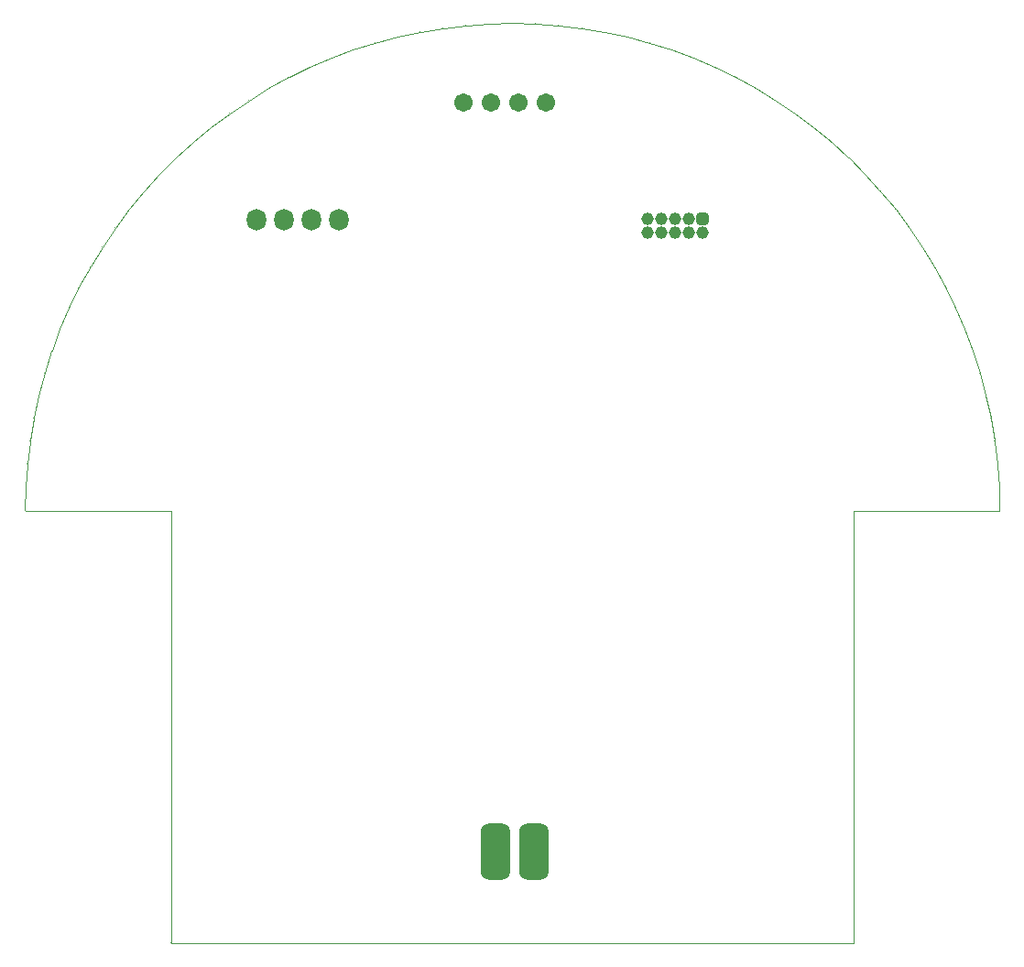
<source format=gbs>
%FSLAX25Y25*%
%MOIN*%
G70*
G01*
G75*
G04 Layer_Color=16711935*
G04:AMPARAMS|DCode=10|XSize=41.34mil|YSize=47.24mil|CornerRadius=10.34mil|HoleSize=0mil|Usage=FLASHONLY|Rotation=270.000|XOffset=0mil|YOffset=0mil|HoleType=Round|Shape=RoundedRectangle|*
%AMROUNDEDRECTD10*
21,1,0.04134,0.02658,0,0,270.0*
21,1,0.02067,0.04724,0,0,270.0*
1,1,0.02067,-0.01329,-0.01034*
1,1,0.02067,-0.01329,0.01034*
1,1,0.02067,0.01329,0.01034*
1,1,0.02067,0.01329,-0.01034*
%
%ADD10ROUNDEDRECTD10*%
G04:AMPARAMS|DCode=11|XSize=21.65mil|YSize=39.37mil|CornerRadius=5.41mil|HoleSize=0mil|Usage=FLASHONLY|Rotation=270.000|XOffset=0mil|YOffset=0mil|HoleType=Round|Shape=RoundedRectangle|*
%AMROUNDEDRECTD11*
21,1,0.02165,0.02854,0,0,270.0*
21,1,0.01083,0.03937,0,0,270.0*
1,1,0.01083,-0.01427,-0.00541*
1,1,0.01083,-0.01427,0.00541*
1,1,0.01083,0.01427,0.00541*
1,1,0.01083,0.01427,-0.00541*
%
%ADD11ROUNDEDRECTD11*%
G04:AMPARAMS|DCode=12|XSize=41.34mil|YSize=47.24mil|CornerRadius=10.34mil|HoleSize=0mil|Usage=FLASHONLY|Rotation=180.000|XOffset=0mil|YOffset=0mil|HoleType=Round|Shape=RoundedRectangle|*
%AMROUNDEDRECTD12*
21,1,0.04134,0.02658,0,0,180.0*
21,1,0.02067,0.04724,0,0,180.0*
1,1,0.02067,-0.01034,0.01329*
1,1,0.02067,0.01034,0.01329*
1,1,0.02067,0.01034,-0.01329*
1,1,0.02067,-0.01034,-0.01329*
%
%ADD12ROUNDEDRECTD12*%
%ADD13R,0.03189X0.06299*%
%ADD14R,0.08268X0.11811*%
%ADD15R,0.07087X0.07087*%
%ADD16O,0.00984X0.03543*%
%ADD17O,0.03543X0.00984*%
G04:AMPARAMS|DCode=18|XSize=145.67mil|YSize=59.06mil|CornerRadius=14.76mil|HoleSize=0mil|Usage=FLASHONLY|Rotation=180.000|XOffset=0mil|YOffset=0mil|HoleType=Round|Shape=RoundedRectangle|*
%AMROUNDEDRECTD18*
21,1,0.14567,0.02953,0,0,180.0*
21,1,0.11614,0.05906,0,0,180.0*
1,1,0.02953,-0.05807,0.01476*
1,1,0.02953,0.05807,0.01476*
1,1,0.02953,0.05807,-0.01476*
1,1,0.02953,-0.05807,-0.01476*
%
%ADD18ROUNDEDRECTD18*%
G04:AMPARAMS|DCode=19|XSize=98.43mil|YSize=196.85mil|CornerRadius=24.61mil|HoleSize=0mil|Usage=FLASHONLY|Rotation=180.000|XOffset=0mil|YOffset=0mil|HoleType=Round|Shape=RoundedRectangle|*
%AMROUNDEDRECTD19*
21,1,0.09843,0.14764,0,0,180.0*
21,1,0.04921,0.19685,0,0,180.0*
1,1,0.04921,-0.02461,0.07382*
1,1,0.04921,0.02461,0.07382*
1,1,0.04921,0.02461,-0.07382*
1,1,0.04921,-0.02461,-0.07382*
%
%ADD19ROUNDEDRECTD19*%
%ADD20C,0.05906*%
G04:AMPARAMS|DCode=21|XSize=11.81mil|YSize=47.24mil|CornerRadius=2.95mil|HoleSize=0mil|Usage=FLASHONLY|Rotation=180.000|XOffset=0mil|YOffset=0mil|HoleType=Round|Shape=RoundedRectangle|*
%AMROUNDEDRECTD21*
21,1,0.01181,0.04134,0,0,180.0*
21,1,0.00591,0.04724,0,0,180.0*
1,1,0.00591,-0.00295,0.02067*
1,1,0.00591,0.00295,0.02067*
1,1,0.00591,0.00295,-0.02067*
1,1,0.00591,-0.00295,-0.02067*
%
%ADD21ROUNDEDRECTD21*%
G04:AMPARAMS|DCode=22|XSize=11.81mil|YSize=47.24mil|CornerRadius=2.95mil|HoleSize=0mil|Usage=FLASHONLY|Rotation=90.000|XOffset=0mil|YOffset=0mil|HoleType=Round|Shape=RoundedRectangle|*
%AMROUNDEDRECTD22*
21,1,0.01181,0.04134,0,0,90.0*
21,1,0.00591,0.04724,0,0,90.0*
1,1,0.00591,0.02067,0.00295*
1,1,0.00591,0.02067,-0.00295*
1,1,0.00591,-0.02067,-0.00295*
1,1,0.00591,-0.02067,0.00295*
%
%ADD22ROUNDEDRECTD22*%
%ADD23C,0.01575*%
%ADD24C,0.00787*%
%ADD25C,0.01181*%
%ADD26C,0.01969*%
%ADD27C,0.03150*%
%ADD28C,0.02362*%
%ADD29C,0.02756*%
%ADD30C,0.00394*%
%ADD31C,0.00394*%
%ADD32O,0.06299X0.07087*%
G04:AMPARAMS|DCode=33|XSize=37.4mil|YSize=37.4mil|CornerRadius=9.35mil|HoleSize=0mil|Usage=FLASHONLY|Rotation=180.000|XOffset=0mil|YOffset=0mil|HoleType=Round|Shape=RoundedRectangle|*
%AMROUNDEDRECTD33*
21,1,0.03740,0.01870,0,0,180.0*
21,1,0.01870,0.03740,0,0,180.0*
1,1,0.01870,-0.00935,0.00935*
1,1,0.01870,0.00935,0.00935*
1,1,0.01870,0.00935,-0.00935*
1,1,0.01870,-0.00935,-0.00935*
%
%ADD33ROUNDEDRECTD33*%
%ADD34C,0.03740*%
%ADD35C,0.02362*%
%ADD36C,0.03937*%
%ADD37C,0.01969*%
%ADD38C,0.00984*%
%ADD39C,0.01000*%
G04:AMPARAMS|DCode=40|XSize=49.34mil|YSize=55.24mil|CornerRadius=14.34mil|HoleSize=0mil|Usage=FLASHONLY|Rotation=270.000|XOffset=0mil|YOffset=0mil|HoleType=Round|Shape=RoundedRectangle|*
%AMROUNDEDRECTD40*
21,1,0.04934,0.02658,0,0,270.0*
21,1,0.02067,0.05524,0,0,270.0*
1,1,0.02867,-0.01329,-0.01034*
1,1,0.02867,-0.01329,0.01034*
1,1,0.02867,0.01329,0.01034*
1,1,0.02867,0.01329,-0.01034*
%
%ADD40ROUNDEDRECTD40*%
G04:AMPARAMS|DCode=41|XSize=29.65mil|YSize=47.37mil|CornerRadius=9.41mil|HoleSize=0mil|Usage=FLASHONLY|Rotation=270.000|XOffset=0mil|YOffset=0mil|HoleType=Round|Shape=RoundedRectangle|*
%AMROUNDEDRECTD41*
21,1,0.02965,0.02854,0,0,270.0*
21,1,0.01083,0.04737,0,0,270.0*
1,1,0.01883,-0.01427,-0.00541*
1,1,0.01883,-0.01427,0.00541*
1,1,0.01883,0.01427,0.00541*
1,1,0.01883,0.01427,-0.00541*
%
%ADD41ROUNDEDRECTD41*%
G04:AMPARAMS|DCode=42|XSize=49.34mil|YSize=55.24mil|CornerRadius=14.34mil|HoleSize=0mil|Usage=FLASHONLY|Rotation=180.000|XOffset=0mil|YOffset=0mil|HoleType=Round|Shape=RoundedRectangle|*
%AMROUNDEDRECTD42*
21,1,0.04934,0.02658,0,0,180.0*
21,1,0.02067,0.05524,0,0,180.0*
1,1,0.02867,-0.01034,0.01329*
1,1,0.02867,0.01034,0.01329*
1,1,0.02867,0.01034,-0.01329*
1,1,0.02867,-0.01034,-0.01329*
%
%ADD42ROUNDEDRECTD42*%
%ADD43R,0.03989X0.07099*%
%ADD44R,0.09068X0.12611*%
%ADD45R,0.07887X0.07887*%
%ADD46O,0.01784X0.04343*%
%ADD47O,0.04343X0.01784*%
G04:AMPARAMS|DCode=48|XSize=153.67mil|YSize=67.06mil|CornerRadius=18.76mil|HoleSize=0mil|Usage=FLASHONLY|Rotation=180.000|XOffset=0mil|YOffset=0mil|HoleType=Round|Shape=RoundedRectangle|*
%AMROUNDEDRECTD48*
21,1,0.15367,0.02953,0,0,180.0*
21,1,0.11614,0.06706,0,0,180.0*
1,1,0.03753,-0.05807,0.01476*
1,1,0.03753,0.05807,0.01476*
1,1,0.03753,0.05807,-0.01476*
1,1,0.03753,-0.05807,-0.01476*
%
%ADD48ROUNDEDRECTD48*%
G04:AMPARAMS|DCode=49|XSize=106.42mil|YSize=204.85mil|CornerRadius=28.61mil|HoleSize=0mil|Usage=FLASHONLY|Rotation=180.000|XOffset=0mil|YOffset=0mil|HoleType=Round|Shape=RoundedRectangle|*
%AMROUNDEDRECTD49*
21,1,0.10642,0.14764,0,0,180.0*
21,1,0.04921,0.20485,0,0,180.0*
1,1,0.05721,-0.02461,0.07382*
1,1,0.05721,0.02461,0.07382*
1,1,0.05721,0.02461,-0.07382*
1,1,0.05721,-0.02461,-0.07382*
%
%ADD49ROUNDEDRECTD49*%
%ADD50C,0.06706*%
G04:AMPARAMS|DCode=51|XSize=19.81mil|YSize=55.24mil|CornerRadius=6.95mil|HoleSize=0mil|Usage=FLASHONLY|Rotation=180.000|XOffset=0mil|YOffset=0mil|HoleType=Round|Shape=RoundedRectangle|*
%AMROUNDEDRECTD51*
21,1,0.01981,0.04134,0,0,180.0*
21,1,0.00591,0.05524,0,0,180.0*
1,1,0.01391,-0.00295,0.02067*
1,1,0.01391,0.00295,0.02067*
1,1,0.01391,0.00295,-0.02067*
1,1,0.01391,-0.00295,-0.02067*
%
%ADD51ROUNDEDRECTD51*%
G04:AMPARAMS|DCode=52|XSize=19.81mil|YSize=55.24mil|CornerRadius=6.95mil|HoleSize=0mil|Usage=FLASHONLY|Rotation=90.000|XOffset=0mil|YOffset=0mil|HoleType=Round|Shape=RoundedRectangle|*
%AMROUNDEDRECTD52*
21,1,0.01981,0.04134,0,0,90.0*
21,1,0.00591,0.05524,0,0,90.0*
1,1,0.01391,0.02067,0.00295*
1,1,0.01391,0.02067,-0.00295*
1,1,0.01391,-0.02067,-0.00295*
1,1,0.01391,-0.02067,0.00295*
%
%ADD52ROUNDEDRECTD52*%
%ADD53O,0.07099X0.07887*%
G04:AMPARAMS|DCode=54|XSize=45.4mil|YSize=45.4mil|CornerRadius=13.35mil|HoleSize=0mil|Usage=FLASHONLY|Rotation=180.000|XOffset=0mil|YOffset=0mil|HoleType=Round|Shape=RoundedRectangle|*
%AMROUNDEDRECTD54*
21,1,0.04540,0.01870,0,0,180.0*
21,1,0.01870,0.04540,0,0,180.0*
1,1,0.02670,-0.00935,0.00935*
1,1,0.02670,0.00935,0.00935*
1,1,0.02670,0.00935,-0.00935*
1,1,0.02670,-0.00935,-0.00935*
%
%ADD54ROUNDEDRECTD54*%
%ADD55C,0.04540*%
D30*
X95893Y306684D02*
G03*
X95885Y306690I-110J-163D01*
G01*
X95894Y306684D02*
G03*
X95885Y306690I-111J-162D01*
G01*
X88685Y311078D02*
G03*
X88677Y311083I-103J-168D01*
G01*
X102884Y301953D02*
G03*
X102876Y301958I-118J-158D01*
G01*
X102884Y301953D02*
G03*
X102875Y301959I-118J-158D01*
G01*
X81269Y315128D02*
G03*
X81267Y315129I-87J-177D01*
G01*
X81276Y315124D02*
G03*
X81269Y315128I-94J-173D01*
G01*
X81276Y315124D02*
G03*
X81268Y315128I-94J-173D01*
G01*
X73682Y318813D02*
G03*
X73675Y318817I-85J-178D01*
G01*
X73684Y318812D02*
G03*
X73682Y318813I-87J-177D01*
G01*
X73683Y318813D02*
G03*
X73675Y318817I-86J-177D01*
G01*
X88685Y311078D02*
G03*
X88677Y311083I-103J-168D01*
G01*
X122397Y285840D02*
G03*
X122390Y285847I-139J-139D01*
G01*
X128366Y279872D02*
G03*
X128360Y279878I-145J-133D01*
G01*
X128367Y279870D02*
G03*
X128366Y279872I-146J-132D01*
G01*
X122391Y285846D02*
G03*
X122390Y285847I-133J-145D01*
G01*
X122397Y285840D02*
G03*
X122391Y285846I-139J-139D01*
G01*
X134045Y273624D02*
G03*
X134038Y273631I-152J-125D01*
G01*
X128366Y279871D02*
G03*
X128360Y279878I-146J-132D01*
G01*
X109642Y296894D02*
G03*
X109634Y296899I-125J-152D01*
G01*
X109642Y296894D02*
G03*
X109634Y296899I-125J-152D01*
G01*
X116150Y291519D02*
G03*
X116144Y291525I-132J-146D01*
G01*
X116152Y291518D02*
G03*
X116150Y291519I-133J-145D01*
G01*
X116151Y291519D02*
G03*
X116144Y291525I-132J-146D01*
G01*
X25247Y333036D02*
G03*
X25236Y333038I-34J-194D01*
G01*
X25246Y333037D02*
G03*
X25236Y333038I-33J-194D01*
G01*
X16864Y334039D02*
G03*
X16855Y334040I-23J-196D01*
G01*
X33570Y331637D02*
G03*
X33561Y331638I-42J-192D01*
G01*
X33571Y331637D02*
G03*
X33570Y331637I-42J-192D01*
G01*
X33571Y331637D02*
G03*
X33560Y331639I-42J-192D01*
G01*
X8444Y334641D02*
G03*
X8433Y334642I-14J-196D01*
G01*
X8444Y334641D02*
G03*
X8434Y334642I-14J-196D01*
G01*
X6Y334842D02*
G03*
X-5Y334843I-6J-197D01*
G01*
X16864Y334039D02*
G03*
X16855Y334040I-23J-196D01*
G01*
X58013Y325086D02*
G03*
X58005Y325089I-68J-185D01*
G01*
X58015Y325086D02*
G03*
X58013Y325086I-69J-184D01*
G01*
X65923Y322136D02*
G03*
X65914Y322140I-78J-181D01*
G01*
X58014Y325086D02*
G03*
X58005Y325089I-69J-184D01*
G01*
X65915Y322139D02*
G03*
X65914Y322140I-69J-184D01*
G01*
X65923Y322136D02*
G03*
X65915Y322139I-78J-181D01*
G01*
X41819Y329842D02*
G03*
X41810Y329844I-51J-190D01*
G01*
X41820Y329842D02*
G03*
X41819Y329842I-51J-190D01*
G01*
X41819Y329842D02*
G03*
X41810Y329844I-51J-190D01*
G01*
X49973Y327657D02*
G03*
X49964Y327660I-60J-188D01*
G01*
X49964Y327659D02*
G03*
X49964Y327660I-51J-190D01*
G01*
X49973Y327657D02*
G03*
X49964Y327659I-60J-188D01*
G01*
X172364Y199291D02*
G03*
X172362Y199300I-192J-42D01*
G01*
X172364Y199290D02*
G03*
X172364Y199291I-192J-42D01*
G01*
X170179Y207445D02*
G03*
X170176Y207454I-190J-51D01*
G01*
X170179Y207444D02*
G03*
X170179Y207445I-190J-51D01*
G01*
X172362Y199299D02*
G03*
X172362Y199300I-190J-51D01*
G01*
X172364Y199291D02*
G03*
X172362Y199299I-192J-42D01*
G01*
X174158Y191041D02*
G03*
X174156Y191051I-194J-32D01*
G01*
X174158Y191042D02*
G03*
X174156Y191051I-194J-33D01*
G01*
X167609Y215485D02*
G03*
X167606Y215494I-188J-60D01*
G01*
X167606Y215494D02*
G03*
X167606Y215495I-185J-68D01*
G01*
X167609Y215485D02*
G03*
X167606Y215494I-188J-60D01*
G01*
X164659Y223395D02*
G03*
X164656Y223404I-184J-69D01*
G01*
X164659Y223394D02*
G03*
X164659Y223395I-185J-68D01*
G01*
X170179Y207445D02*
G03*
X170176Y207454I-190J-51D01*
G01*
X177162Y165914D02*
G03*
X177161Y165924I-197J-3D01*
G01*
X177162Y165910D02*
G03*
X177162Y165914I-197J0D01*
G01*
X176560Y174335D02*
G03*
X176559Y174344I-196J-14D01*
G01*
X177162Y165915D02*
G03*
X177161Y165924I-197J-5D01*
G01*
X177362Y157480D02*
G03*
X177362Y157485I-197J0D01*
G01*
X177362Y157480D02*
G03*
X177362Y157486I-197J0D01*
G01*
X177165Y157283D02*
G03*
X177362Y157480I0J197D01*
G01*
X177165Y157283D02*
G03*
X177362Y157480I0J197D01*
G01*
X175558Y182717D02*
G03*
X175556Y182726I-196J-23D01*
G01*
X176560Y174335D02*
G03*
X176559Y174344I-196J-14D01*
G01*
X175558Y182717D02*
G03*
X175556Y182727I-196J-23D01*
G01*
X149209Y253366D02*
G03*
X149203Y253375I-168J-103D01*
G01*
X149209Y253366D02*
G03*
X149204Y253374I-168J-103D01*
G01*
X144478Y260356D02*
G03*
X144472Y260364I-164J-109D01*
G01*
X153603Y246157D02*
G03*
X153598Y246165I-173J-94D01*
G01*
X153603Y246157D02*
G03*
X153598Y246165I-173J-94D01*
G01*
X139419Y267115D02*
G03*
X139413Y267122I-158J-118D01*
G01*
X139419Y267115D02*
G03*
X139413Y267122I-158J-118D01*
G01*
X134039Y273631D02*
G03*
X134038Y273632I-146J-132D01*
G01*
X134045Y273624D02*
G03*
X134039Y273631I-152J-125D01*
G01*
X144478Y260357D02*
G03*
X144472Y260364I-163J-110D01*
G01*
X161333Y231163D02*
G03*
X161332Y231164I-178J-85D01*
G01*
X161336Y231155D02*
G03*
X161333Y231163I-181J-78D01*
G01*
X161336Y231155D02*
G03*
X161332Y231164I-181J-78D01*
G01*
X157648Y238749D02*
G03*
X157644Y238757I-177J-87D01*
G01*
X157648Y238747D02*
G03*
X157648Y238749I-178J-85D01*
G01*
X164659Y223395D02*
G03*
X164656Y223404I-184J-69D01*
G01*
X157648Y238748D02*
G03*
X157644Y238757I-177J-86D01*
G01*
X124016Y-197D02*
G03*
X124213Y0I0J197D01*
G01*
X124016Y-197D02*
G03*
X124213Y0I0J197D01*
G01*
X5Y334843D02*
G03*
X-6Y334842I-5J-197D01*
G01*
X-8433Y334642D02*
G03*
X-8444Y334641I3J-197D01*
G01*
X-8435Y334642D02*
G03*
X-8444Y334641I5J-197D01*
G01*
X-16855Y334040D02*
G03*
X-16864Y334039I14J-196D01*
G01*
X-16855Y334040D02*
G03*
X-16864Y334039I14J-196D01*
G01*
X-25237Y333038D02*
G03*
X-25246Y333037I23J-196D01*
G01*
X-25237Y333038D02*
G03*
X-25247Y333036I23J-196D01*
G01*
X-33560Y331639D02*
G03*
X-33571Y331637I32J-194D01*
G01*
X-33562Y331638D02*
G03*
X-33571Y331637I33J-194D01*
G01*
X-41810Y329844D02*
G03*
X-41819Y329842I42J-192D01*
G01*
X-41819Y329842D02*
G03*
X-41820Y329842I51J-190D01*
G01*
X-41810Y329844D02*
G03*
X-41819Y329842I42J-192D01*
G01*
X-49965Y327659D02*
G03*
X-49973Y327657I51J-190D01*
G01*
X-49964Y327660D02*
G03*
X-49965Y327659I51J-190D01*
G01*
X-49964Y327660D02*
G03*
X-49973Y327657I51J-190D01*
G01*
X-58005Y325089D02*
G03*
X-58014Y325086I60J-188D01*
G01*
X-58013Y325086D02*
G03*
X-58015Y325086I68J-185D01*
G01*
X-58005Y325089D02*
G03*
X-58013Y325086I60J-188D01*
G01*
X-65915Y322139D02*
G03*
X-65923Y322136I69J-184D01*
G01*
X-65914Y322140D02*
G03*
X-65915Y322139I68J-185D01*
G01*
X-65915Y322139D02*
G03*
X-65923Y322136I69J-184D01*
G01*
X-73675Y318817D02*
G03*
X-73683Y318813I78J-181D01*
G01*
X-73682Y318813D02*
G03*
X-73684Y318812I85J-178D01*
G01*
X-73675Y318817D02*
G03*
X-73682Y318813I78J-181D01*
G01*
X-81269Y315128D02*
G03*
X-81276Y315124I87J-177D01*
G01*
X-81267Y315129D02*
G03*
X-81269Y315128I85J-178D01*
G01*
X-81268Y315128D02*
G03*
X-81276Y315124I86J-177D01*
G01*
X-88677Y311083D02*
G03*
X-88685Y311078I94J-173D01*
G01*
X-88677Y311083D02*
G03*
X-88685Y311078I94J-173D01*
G01*
X-95885Y306689D02*
G03*
X-95893Y306684I103J-168D01*
G01*
X-95885Y306689D02*
G03*
X-95894Y306684I103J-168D01*
G01*
X-102875Y301959D02*
G03*
X-102884Y301953I109J-164D01*
G01*
X-102876Y301958D02*
G03*
X-102884Y301953I110J-163D01*
G01*
X-109634Y296899D02*
G03*
X-109642Y296894I118J-158D01*
G01*
X-109634Y296899D02*
G03*
X-109642Y296894I118J-158D01*
G01*
X-116144Y291525D02*
G03*
X-116151Y291519I125J-152D01*
G01*
X-116150Y291519D02*
G03*
X-116152Y291518I132J-146D01*
G01*
X-116144Y291525D02*
G03*
X-116150Y291519I125J-152D01*
G01*
X-122391Y285846D02*
G03*
X-122397Y285840I133J-145D01*
G01*
X-122390Y285847D02*
G03*
X-122391Y285846I132J-146D01*
G01*
X-122391Y285847D02*
G03*
X-122397Y285840I132J-146D01*
G01*
X-128360Y279878D02*
G03*
X-128366Y279871I139J-139D01*
G01*
X-128366Y279872D02*
G03*
X-128367Y279870I145J-133D01*
G01*
X-128360Y279878D02*
G03*
X-128366Y279872I139J-139D01*
G01*
X-134039Y273631D02*
G03*
X-134045Y273624I146J-132D01*
G01*
X-134038Y273632D02*
G03*
X-134039Y273631I145J-133D01*
G01*
X-134038Y273631D02*
G03*
X-134045Y273624I146J-132D01*
G01*
X-139413Y267122D02*
G03*
X-139419Y267115I152J-125D01*
G01*
X-139413Y267122D02*
G03*
X-139419Y267115I152J-125D01*
G01*
X-144472Y260364D02*
G03*
X-144478Y260357I158J-118D01*
G01*
X-144472Y260364D02*
G03*
X-144478Y260356I158J-118D01*
G01*
X-149203Y253375D02*
G03*
X-149209Y253366I162J-111D01*
G01*
X-149204Y253374D02*
G03*
X-149209Y253366I163J-110D01*
G01*
X-153598Y246165D02*
G03*
X-153603Y246157I168J-103D01*
G01*
X-153598Y246165D02*
G03*
X-153603Y246157I168J-103D01*
G01*
X-124213Y-0D02*
G03*
X-124016Y-197I197J0D01*
G01*
X-124213Y-0D02*
G03*
X-124016Y-197I197J0D01*
G01*
X-157644Y238756D02*
G03*
X-157648Y238748I173J-94D01*
G01*
X-157648Y238749D02*
G03*
X-157649Y238747I177J-87D01*
G01*
X-157644Y238756D02*
G03*
X-157648Y238749I173J-94D01*
G01*
X-161333Y231163D02*
G03*
X-161336Y231155I178J-85D01*
G01*
X-161332Y231164D02*
G03*
X-161333Y231163I177J-87D01*
G01*
X-161332Y231164D02*
G03*
X-161336Y231155I177J-86D01*
G01*
X-164656Y223404D02*
G03*
X-164659Y223395I181J-78D01*
G01*
X-164659Y223395D02*
G03*
X-164659Y223394I184J-69D01*
G01*
X-164656Y223404D02*
G03*
X-164659Y223395I181J-78D01*
G01*
X-167606Y215494D02*
G03*
X-167609Y215485I185J-68D01*
G01*
X-167606Y215495D02*
G03*
X-167606Y215494I184J-69D01*
G01*
X-167606Y215494D02*
G03*
X-167609Y215485I184J-69D01*
G01*
X-170177Y207453D02*
G03*
X-170179Y207445I188J-60D01*
G01*
X-170179Y207445D02*
G03*
X-170179Y207444I190J-51D01*
G01*
X-170177Y207453D02*
G03*
X-170179Y207445I188J-60D01*
G01*
X-172362Y199299D02*
G03*
X-172364Y199291I190J-51D01*
G01*
X-172362Y199300D02*
G03*
X-172362Y199299I190J-51D01*
G01*
X-172364Y199291D02*
G03*
X-172364Y199290I192J-42D01*
G01*
X-172362Y199300D02*
G03*
X-172364Y199291I190J-51D01*
G01*
X-174156Y191051D02*
G03*
X-174158Y191042I192J-42D01*
G01*
X-174156Y191051D02*
G03*
X-174158Y191041I192J-42D01*
G01*
X-175556Y182727D02*
G03*
X-175558Y182717I194J-34D01*
G01*
X-175556Y182726D02*
G03*
X-175558Y182717I194J-33D01*
G01*
X-176559Y174344D02*
G03*
X-176560Y174335I196J-23D01*
G01*
X-176559Y174344D02*
G03*
X-176560Y174335I196J-23D01*
G01*
X-177161Y165924D02*
G03*
X-177162Y165915I196J-14D01*
G01*
X-177161Y165924D02*
G03*
X-177162Y165914I196J-14D01*
G01*
X-177362Y157485D02*
G03*
X-177165Y157283I197J-5D01*
G01*
X-177362Y157486D02*
G03*
X-177165Y157283I197J-6D01*
G01*
X88685Y311078D02*
X95885Y306690D01*
X102884Y301953D02*
X109634Y296899D01*
X102875Y301959D02*
X102876Y301958D01*
X95894Y306684D02*
X102875Y301959D01*
X95893Y306684D02*
X95894Y306684D01*
X81268Y315128D02*
X81269Y315128D01*
X81267Y315129D02*
X81268Y315128D01*
X73684Y318812D02*
X81267Y315129D01*
X73683Y318813D02*
X73684Y318812D01*
X73682Y318813D02*
X73683Y318813D01*
X81276Y315124D02*
X88677Y311083D01*
X122397Y285840D02*
X128360Y279878D01*
X122390Y285847D02*
X122391Y285846D01*
X122390Y285847D02*
X122390Y285847D01*
X116152Y291518D02*
X122390Y285847D01*
X116151Y291519D02*
X116152Y291518D01*
X116150Y291519D02*
X116151Y291519D01*
X128366Y279872D02*
X128366Y279871D01*
X128367Y279870D01*
X134038Y273632D01*
X134038Y273631D01*
X134039Y273631D01*
X109642Y296894D02*
X116144Y291525D01*
X16864Y334039D02*
X25236Y333038D01*
X41810Y329844D02*
X41810Y329844D01*
X41810Y329844D02*
X41810Y329844D01*
X33571Y331637D02*
X41810Y329844D01*
X33571Y331637D02*
X33571Y331637D01*
X33570Y331637D02*
X33571Y331637D01*
X33560Y331639D02*
X33561Y331638D01*
X25247Y333036D02*
X33560Y331639D01*
X25246Y333037D02*
X25247Y333036D01*
X8433Y334642D02*
X8434Y334642D01*
X6Y334842D02*
X8433Y334642D01*
X5Y334843D02*
X6Y334842D01*
X8444Y334641D02*
X16855Y334040D01*
X65914Y322140D02*
X65915Y322139D01*
X65914Y322140D02*
X65914Y322140D01*
X58015Y325086D02*
X65914Y322140D01*
X58014Y325086D02*
X58015Y325086D01*
X58013Y325086D02*
X58014Y325086D01*
X49973Y327657D02*
X58005Y325089D01*
X65923Y322136D02*
X73675Y318817D01*
X49964Y327660D02*
X49964Y327659D01*
X49964Y327660D02*
X49964Y327660D01*
X41820Y329842D02*
X49964Y327660D01*
X41819Y329842D02*
X41820Y329842D01*
X41819Y329842D02*
X41819Y329842D01*
X172364Y199291D02*
X172364Y199291D01*
X172364Y199290D01*
X174156Y191051D01*
X174156Y191051D01*
X174156Y191051D01*
X170179Y207445D02*
X170179Y207445D01*
X170179Y207444D01*
X172362Y199300D01*
X172362Y199300D01*
X172362Y199299D01*
X174158Y191042D02*
X174158Y191041D01*
X175556Y182727D01*
X175556Y182726D01*
X164659Y223395D02*
X164659Y223395D01*
X164659Y223394D01*
X167606Y215495D01*
X167606Y215494D01*
X167606Y215494D01*
X167609Y215485D02*
X170176Y207454D01*
X177162Y165915D02*
X177162Y165914D01*
X177362Y157486D01*
X177362Y157485D01*
X176560Y174335D02*
X177161Y165924D01*
X175558Y182717D02*
X176559Y174344D01*
X124213Y157283D02*
X177165Y157283D01*
X144478Y260357D02*
X144478Y260356D01*
X149203Y253375D01*
X149204Y253374D01*
X149209Y253366D02*
X153598Y246165D01*
X134045Y273624D02*
X139413Y267122D01*
X139419Y267115D02*
X144472Y260364D01*
X157648Y238749D02*
X157648Y238748D01*
X157648Y238747D01*
X161332Y231164D01*
X161332Y231164D01*
X161333Y231163D01*
X161336Y231155D02*
X164656Y223404D01*
X153603Y246157D02*
X157644Y238757D01*
X124213Y0D02*
Y157283D01*
X-6Y334842D02*
X-5Y334843D01*
X-8433Y334642D02*
X-6Y334842D01*
X-8435Y334642D02*
X-8433Y334642D01*
X-16855Y334040D02*
X-8444Y334641D01*
X-25237Y333038D02*
X-16864Y334039D01*
X-25247Y333036D02*
X-25246Y333037D01*
X-33560Y331639D02*
X-25247Y333036D01*
X-33562Y331638D02*
X-33560Y331639D01*
X-41810Y329844D02*
X-33571Y331637D01*
X-41819Y329842D02*
X-41819Y329842D01*
X-41820Y329842D02*
X-41819Y329842D01*
X-49964Y327660D02*
X-41820Y329842D01*
X-49964Y327660D02*
X-49964Y327660D01*
X-49965Y327659D02*
X-49964Y327660D01*
X-58005Y325089D02*
X-49973Y327657D01*
X-58014Y325086D02*
X-58013Y325086D01*
X-58015Y325086D02*
X-58014Y325086D01*
X-65914Y322140D02*
X-58015Y325086D01*
X-65915Y322139D02*
X-65914Y322140D01*
X-65915Y322139D02*
X-65915Y322139D01*
X-73675Y318817D02*
X-65923Y322136D01*
X-73683Y318813D02*
X-73682Y318813D01*
X-73684Y318812D02*
X-73683Y318813D01*
X-81267Y315129D02*
X-73684Y318812D01*
X-81268Y315128D02*
X-81267Y315129D01*
X-81269Y315128D02*
X-81268Y315128D01*
X-88677Y311083D02*
X-81276Y315124D01*
X-95885Y306689D02*
X-88685Y311078D01*
X-95894Y306684D02*
X-95893Y306684D01*
X-102875Y301959D02*
X-95894Y306684D01*
X-102876Y301958D02*
X-102875Y301959D01*
X-109634Y296899D02*
X-102884Y301953D01*
X-116144Y291525D02*
X-109642Y296894D01*
X-116151Y291519D02*
X-116150Y291519D01*
X-116152Y291518D02*
X-116151Y291519D01*
X-122390Y285847D02*
X-116152Y291518D01*
X-122391Y285847D02*
X-122390Y285847D01*
X-122391Y285846D02*
X-122391Y285847D01*
X-128360Y279878D02*
X-122397Y285840D01*
X-128366Y279871D02*
X-128366Y279872D01*
X-128367Y279870D02*
X-128366Y279871D01*
X-134038Y273632D02*
X-128367Y279870D01*
X-134038Y273631D02*
X-134038Y273632D01*
X-134039Y273631D02*
X-134038Y273631D01*
X-139413Y267122D02*
X-134045Y273624D01*
X-144472Y260364D02*
X-139419Y267115D01*
X-144478Y260356D02*
X-144478Y260357D01*
X-149203Y253375D02*
X-144478Y260356D01*
X-149204Y253374D02*
X-149203Y253375D01*
X-153598Y246165D02*
X-149209Y253366D01*
X-124016Y-197D02*
X124016Y-197D01*
X-124213Y-0D02*
Y157283D01*
X-157644Y238756D02*
X-153603Y246157D01*
X-157648Y238748D02*
X-157648Y238749D01*
X-157649Y238747D02*
X-157648Y238748D01*
X-161332Y231164D02*
X-157649Y238747D01*
X-161332Y231164D02*
X-161332Y231164D01*
X-161333Y231163D02*
X-161332Y231164D01*
X-177165Y157283D02*
X-124213Y157283D01*
X-164656Y223404D02*
X-161336Y231155D01*
X-164659Y223395D02*
X-164659Y223395D01*
X-164659Y223394D02*
X-164659Y223395D01*
X-167606Y215495D02*
X-164659Y223394D01*
X-167606Y215494D02*
X-167606Y215495D01*
X-167606Y215494D02*
X-167606Y215494D01*
X-170177Y207453D02*
X-167609Y215485D01*
X-170179Y207445D02*
X-170179Y207445D01*
X-170179Y207444D02*
X-170179Y207445D01*
X-172362Y199300D02*
X-170179Y207444D01*
X-172362Y199300D02*
X-172362Y199300D01*
X-172362Y199299D02*
X-172362Y199300D01*
X-172364Y199291D02*
X-172364Y199291D01*
X-172364Y199290D02*
X-172364Y199291D01*
X-174156Y191051D02*
X-172364Y199290D01*
X-174156Y191051D02*
X-174156Y191051D01*
X-174156Y191051D02*
X-174156Y191051D01*
X-174158Y191041D02*
X-174158Y191042D01*
X-175556Y182727D02*
X-174158Y191041D01*
X-175556Y182726D02*
X-175556Y182727D01*
X-176559Y174344D02*
X-175558Y182717D01*
X-177161Y165924D02*
X-176560Y174335D01*
X-177162Y165914D02*
X-177162Y165915D01*
X-177362Y157486D02*
X-177162Y165914D01*
X-177362Y157485D02*
X-177362Y157486D01*
D31*
X41810Y329844D02*
D03*
X174156Y191051D02*
D03*
X-174156Y191051D02*
D03*
D49*
X7826Y33161D02*
D03*
X-5954D02*
D03*
D50*
X-17756Y305906D02*
D03*
X-7756D02*
D03*
X2244D02*
D03*
X12244D02*
D03*
X-4064Y33161D02*
D03*
X5936D02*
D03*
D53*
X-63051Y263189D02*
D03*
X-73051D02*
D03*
X-93051D02*
D03*
X-83051D02*
D03*
D54*
X69350Y263425D02*
D03*
D55*
Y258425D02*
D03*
X64350Y263425D02*
D03*
X59350D02*
D03*
X64350Y258425D02*
D03*
X59350D02*
D03*
X54350Y263425D02*
D03*
X49350D02*
D03*
X54350Y258425D02*
D03*
X49350D02*
D03*
M02*

</source>
